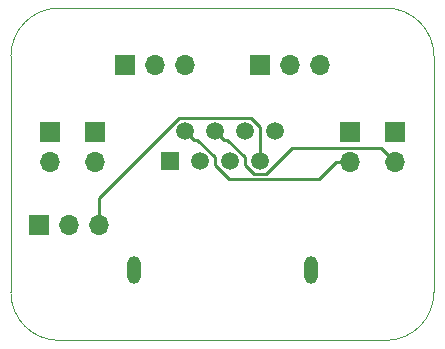
<source format=gbr>
G04 #@! TF.GenerationSoftware,KiCad,Pcbnew,(5.1.2)-2*
G04 #@! TF.CreationDate,2020-06-24T22:31:59-05:00*
G04 #@! TF.ProjectId,JoystickBoard,4a6f7973-7469-4636-9b42-6f6172642e6b,rev?*
G04 #@! TF.SameCoordinates,Original*
G04 #@! TF.FileFunction,Copper,L2,Bot*
G04 #@! TF.FilePolarity,Positive*
%FSLAX46Y46*%
G04 Gerber Fmt 4.6, Leading zero omitted, Abs format (unit mm)*
G04 Created by KiCad (PCBNEW (5.1.2)-2) date 2020-06-24 22:31:59*
%MOMM*%
%LPD*%
G04 APERTURE LIST*
%ADD10C,0.050000*%
%ADD11O,1.140000X2.362000*%
%ADD12C,1.500000*%
%ADD13R,1.500000X1.500000*%
%ADD14O,1.700000X1.700000*%
%ADD15R,1.700000X1.700000*%
%ADD16C,0.250000*%
G04 APERTURE END LIST*
D10*
X132588000Y-110680500D02*
X132588000Y-90678000D01*
X136652000Y-114744500D02*
G75*
G02X132588000Y-110680500I0J4064000D01*
G01*
X164338000Y-114744500D02*
X136652000Y-114744500D01*
X168402000Y-90678000D02*
X168402000Y-110680500D01*
X168402000Y-110680500D02*
G75*
G02X164338000Y-114744500I-4064000J0D01*
G01*
X164338000Y-86614000D02*
X136652000Y-86614000D01*
X132588000Y-90678000D02*
G75*
G02X136652000Y-86614000I4064000J0D01*
G01*
X164338000Y-86614000D02*
G75*
G02X168402000Y-90678000I0J-4064000D01*
G01*
D11*
X157988000Y-108796951D03*
X142989300Y-108796951D03*
D12*
X154940000Y-97005001D03*
X153670000Y-99545001D03*
X152400000Y-97005001D03*
X151130000Y-99545001D03*
X149860000Y-97005001D03*
X148590000Y-99545001D03*
X147320000Y-97005001D03*
D13*
X146050000Y-99545001D03*
D14*
X158750000Y-91440000D03*
X156210000Y-91440000D03*
D15*
X153670000Y-91440000D03*
X142240000Y-91440000D03*
D14*
X144780000Y-91440000D03*
X147320000Y-91440000D03*
D15*
X139700000Y-97075001D03*
D14*
X139700000Y-99615001D03*
X161290000Y-99615001D03*
D15*
X161290000Y-97075001D03*
D14*
X135890000Y-99615001D03*
D15*
X135890000Y-97075001D03*
X165100000Y-97075001D03*
D14*
X165100000Y-99615001D03*
D15*
X135001000Y-104965500D03*
D14*
X137541000Y-104965500D03*
X140081000Y-104965500D03*
D16*
X150609999Y-97755000D02*
X149860000Y-97005001D01*
X165100000Y-99615001D02*
X163924999Y-98440000D01*
X163924999Y-98440000D02*
X156366003Y-98440000D01*
X156366003Y-98440000D02*
X154186001Y-100620002D01*
X154186001Y-100620002D02*
X153153999Y-100620002D01*
X150922587Y-97755000D02*
X150609999Y-97755000D01*
X153153999Y-100620002D02*
X152412598Y-99878601D01*
X152412598Y-99878601D02*
X152412598Y-99245011D01*
X152412598Y-99245011D02*
X150922587Y-97755000D01*
X148069999Y-97755000D02*
X147320000Y-97005001D01*
X149872598Y-99245011D02*
X148382587Y-97755000D01*
X149872598Y-99878601D02*
X149872598Y-99245011D01*
X151064009Y-101070012D02*
X149872598Y-99878601D01*
X158632908Y-101070012D02*
X151064009Y-101070012D01*
X148382587Y-97755000D02*
X148069999Y-97755000D01*
X160087919Y-99615001D02*
X158632908Y-101070012D01*
X161290000Y-99615001D02*
X160087919Y-99615001D01*
X153670000Y-98484341D02*
X153670000Y-99545001D01*
X153670000Y-96683999D02*
X153670000Y-98484341D01*
X152916001Y-95930000D02*
X153670000Y-96683999D01*
X146803999Y-95930000D02*
X152916001Y-95930000D01*
X140081000Y-102652999D02*
X146803999Y-95930000D01*
X140081000Y-104965500D02*
X140081000Y-102652999D01*
M02*

</source>
